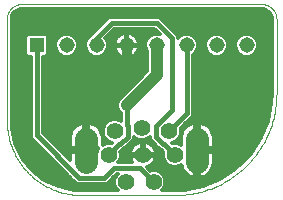
<source format=gbl>
G75*
%MOIN*%
%OFA0B0*%
%FSLAX25Y25*%
%IPPOS*%
%LPD*%
%AMOC8*
5,1,8,0,0,1.08239X$1,22.5*
%
%ADD10C,0.00000*%
%ADD11C,0.05543*%
%ADD12C,0.07677*%
%ADD13R,0.05150X0.05150*%
%ADD14C,0.05150*%
%ADD15C,0.01200*%
%ADD16C,0.03200*%
%ADD17C,0.01600*%
%ADD18C,0.04000*%
D10*
X0026600Y0013809D02*
X0057514Y0013809D01*
X0026600Y0013809D02*
X0025996Y0013816D01*
X0025392Y0013838D01*
X0024789Y0013875D01*
X0024187Y0013926D01*
X0023587Y0013991D01*
X0022988Y0014071D01*
X0022391Y0014166D01*
X0021797Y0014275D01*
X0021205Y0014398D01*
X0020617Y0014535D01*
X0020032Y0014687D01*
X0019451Y0014853D01*
X0018875Y0015033D01*
X0018302Y0015226D01*
X0017735Y0015434D01*
X0017173Y0015655D01*
X0016616Y0015889D01*
X0016065Y0016137D01*
X0015520Y0016398D01*
X0014982Y0016673D01*
X0014450Y0016960D01*
X0013926Y0017260D01*
X0013409Y0017572D01*
X0012900Y0017897D01*
X0012398Y0018234D01*
X0011905Y0018584D01*
X0011421Y0018945D01*
X0010945Y0019317D01*
X0010479Y0019701D01*
X0010022Y0020096D01*
X0009575Y0020502D01*
X0009137Y0020919D01*
X0008710Y0021346D01*
X0008293Y0021784D01*
X0007887Y0022231D01*
X0007492Y0022688D01*
X0007108Y0023154D01*
X0006736Y0023630D01*
X0006375Y0024114D01*
X0006025Y0024607D01*
X0005688Y0025109D01*
X0005363Y0025618D01*
X0005051Y0026135D01*
X0004751Y0026659D01*
X0004464Y0027191D01*
X0004189Y0027729D01*
X0003928Y0028274D01*
X0003680Y0028825D01*
X0003446Y0029382D01*
X0003225Y0029944D01*
X0003017Y0030511D01*
X0002824Y0031084D01*
X0002644Y0031660D01*
X0002478Y0032241D01*
X0002326Y0032826D01*
X0002189Y0033414D01*
X0002066Y0034006D01*
X0001957Y0034600D01*
X0001862Y0035197D01*
X0001782Y0035796D01*
X0001717Y0036396D01*
X0001666Y0036998D01*
X0001629Y0037601D01*
X0001607Y0038205D01*
X0001600Y0038809D01*
X0001600Y0072510D01*
X0001602Y0072650D01*
X0001608Y0072790D01*
X0001618Y0072930D01*
X0001631Y0073070D01*
X0001649Y0073209D01*
X0001671Y0073348D01*
X0001696Y0073485D01*
X0001725Y0073623D01*
X0001758Y0073759D01*
X0001795Y0073894D01*
X0001836Y0074028D01*
X0001881Y0074161D01*
X0001929Y0074293D01*
X0001981Y0074423D01*
X0002036Y0074552D01*
X0002095Y0074679D01*
X0002158Y0074805D01*
X0002224Y0074929D01*
X0002293Y0075050D01*
X0002366Y0075170D01*
X0002443Y0075288D01*
X0002522Y0075403D01*
X0002605Y0075517D01*
X0002691Y0075627D01*
X0002780Y0075736D01*
X0002872Y0075842D01*
X0002967Y0075945D01*
X0003064Y0076046D01*
X0003165Y0076143D01*
X0003268Y0076238D01*
X0003374Y0076330D01*
X0003483Y0076419D01*
X0003593Y0076505D01*
X0003707Y0076588D01*
X0003822Y0076667D01*
X0003940Y0076744D01*
X0004060Y0076817D01*
X0004181Y0076886D01*
X0004305Y0076952D01*
X0004431Y0077015D01*
X0004558Y0077074D01*
X0004687Y0077129D01*
X0004817Y0077181D01*
X0004949Y0077229D01*
X0005082Y0077274D01*
X0005216Y0077315D01*
X0005351Y0077352D01*
X0005487Y0077385D01*
X0005625Y0077414D01*
X0005762Y0077439D01*
X0005901Y0077461D01*
X0006040Y0077479D01*
X0006180Y0077492D01*
X0006320Y0077502D01*
X0006460Y0077508D01*
X0006600Y0077510D01*
X0086521Y0077510D01*
X0086661Y0077508D01*
X0086801Y0077502D01*
X0086941Y0077492D01*
X0087081Y0077479D01*
X0087220Y0077461D01*
X0087359Y0077439D01*
X0087496Y0077414D01*
X0087634Y0077385D01*
X0087770Y0077352D01*
X0087905Y0077315D01*
X0088039Y0077274D01*
X0088172Y0077229D01*
X0088304Y0077181D01*
X0088434Y0077129D01*
X0088563Y0077074D01*
X0088690Y0077015D01*
X0088816Y0076952D01*
X0088940Y0076886D01*
X0089061Y0076817D01*
X0089181Y0076744D01*
X0089299Y0076667D01*
X0089414Y0076588D01*
X0089528Y0076505D01*
X0089638Y0076419D01*
X0089747Y0076330D01*
X0089853Y0076238D01*
X0089956Y0076143D01*
X0090057Y0076046D01*
X0090154Y0075945D01*
X0090249Y0075842D01*
X0090341Y0075736D01*
X0090430Y0075627D01*
X0090516Y0075517D01*
X0090599Y0075403D01*
X0090678Y0075288D01*
X0090755Y0075170D01*
X0090828Y0075050D01*
X0090897Y0074929D01*
X0090963Y0074805D01*
X0091026Y0074679D01*
X0091085Y0074552D01*
X0091140Y0074423D01*
X0091192Y0074293D01*
X0091240Y0074161D01*
X0091285Y0074028D01*
X0091326Y0073894D01*
X0091363Y0073759D01*
X0091396Y0073623D01*
X0091425Y0073485D01*
X0091450Y0073348D01*
X0091472Y0073209D01*
X0091490Y0073070D01*
X0091503Y0072930D01*
X0091513Y0072790D01*
X0091519Y0072650D01*
X0091521Y0072510D01*
X0091521Y0047817D01*
X0091522Y0047817D02*
X0091512Y0046995D01*
X0091482Y0046174D01*
X0091433Y0045354D01*
X0091363Y0044535D01*
X0091274Y0043718D01*
X0091165Y0042903D01*
X0091037Y0042092D01*
X0090888Y0041283D01*
X0090721Y0040479D01*
X0090534Y0039678D01*
X0090327Y0038883D01*
X0090102Y0038093D01*
X0089858Y0037308D01*
X0089594Y0036529D01*
X0089312Y0035758D01*
X0089011Y0034993D01*
X0088692Y0034235D01*
X0088355Y0033486D01*
X0088000Y0032745D01*
X0087627Y0032013D01*
X0087236Y0031290D01*
X0086828Y0030576D01*
X0086403Y0029873D01*
X0085961Y0029180D01*
X0085502Y0028498D01*
X0085027Y0027828D01*
X0084536Y0027169D01*
X0084029Y0026522D01*
X0083507Y0025887D01*
X0082969Y0025266D01*
X0082417Y0024657D01*
X0081850Y0024062D01*
X0081269Y0023481D01*
X0080674Y0022914D01*
X0080065Y0022362D01*
X0079444Y0021824D01*
X0078809Y0021302D01*
X0078162Y0020795D01*
X0077503Y0020304D01*
X0076833Y0019829D01*
X0076151Y0019370D01*
X0075458Y0018928D01*
X0074755Y0018503D01*
X0074041Y0018095D01*
X0073318Y0017704D01*
X0072586Y0017331D01*
X0071845Y0016976D01*
X0071096Y0016639D01*
X0070338Y0016320D01*
X0069573Y0016019D01*
X0068802Y0015737D01*
X0068023Y0015473D01*
X0067238Y0015229D01*
X0066448Y0015004D01*
X0065653Y0014797D01*
X0064852Y0014610D01*
X0064048Y0014443D01*
X0063239Y0014294D01*
X0062428Y0014166D01*
X0061613Y0014057D01*
X0060796Y0013968D01*
X0059977Y0013898D01*
X0059157Y0013849D01*
X0058336Y0013819D01*
X0057514Y0013809D01*
D11*
X0050537Y0018179D03*
X0041482Y0018179D03*
X0046994Y0027234D03*
X0055655Y0035108D03*
X0046600Y0036289D03*
X0037545Y0035108D03*
X0035576Y0027234D03*
X0057624Y0027234D03*
D12*
X0065104Y0024970D02*
X0065104Y0032648D01*
X0028096Y0032648D02*
X0028096Y0024970D01*
D13*
X0011600Y0063809D03*
D14*
X0021600Y0063809D03*
X0031600Y0063809D03*
X0041600Y0063809D03*
X0051600Y0063809D03*
X0061600Y0063809D03*
X0071600Y0063809D03*
X0081600Y0063809D03*
D15*
X0018871Y0016722D02*
X0014150Y0018996D01*
X0010054Y0022263D01*
X0006787Y0026359D01*
X0004513Y0031081D01*
X0003347Y0036189D01*
X0003200Y0038809D01*
X0003200Y0072510D01*
X0003265Y0073173D01*
X0003773Y0074399D01*
X0004711Y0075337D01*
X0005937Y0075845D01*
X0006600Y0075910D01*
X0086521Y0075910D01*
X0087185Y0075845D01*
X0088410Y0075337D01*
X0089348Y0074399D01*
X0089856Y0073173D01*
X0089921Y0072510D01*
X0089921Y0047817D01*
X0089765Y0044640D01*
X0088526Y0038409D01*
X0086095Y0032540D01*
X0082565Y0027258D01*
X0078073Y0022765D01*
X0072790Y0019236D01*
X0066921Y0016805D01*
X0060690Y0015565D01*
X0057514Y0015409D01*
X0053384Y0015409D01*
X0053904Y0015929D01*
X0054509Y0017389D01*
X0054509Y0018969D01*
X0053904Y0020429D01*
X0052787Y0021546D01*
X0051327Y0022151D01*
X0049747Y0022151D01*
X0049497Y0022047D01*
X0048438Y0023107D01*
X0048672Y0023183D01*
X0049285Y0023495D01*
X0049842Y0023900D01*
X0050328Y0024386D01*
X0050733Y0024943D01*
X0051045Y0025556D01*
X0051258Y0026211D01*
X0051365Y0026890D01*
X0051365Y0026948D01*
X0047280Y0026948D01*
X0047280Y0027520D01*
X0051365Y0027520D01*
X0051365Y0027578D01*
X0051258Y0028258D01*
X0051045Y0028912D01*
X0050733Y0029525D01*
X0050328Y0030082D01*
X0049842Y0030569D01*
X0049285Y0030973D01*
X0048672Y0031286D01*
X0048017Y0031498D01*
X0047338Y0031606D01*
X0047280Y0031606D01*
X0047280Y0027520D01*
X0046708Y0027520D01*
X0046708Y0031606D01*
X0046650Y0031606D01*
X0045970Y0031498D01*
X0045316Y0031286D01*
X0044702Y0030973D01*
X0044146Y0030569D01*
X0043659Y0030082D01*
X0043255Y0029525D01*
X0042942Y0028912D01*
X0042730Y0028258D01*
X0042622Y0027578D01*
X0042622Y0027520D01*
X0046708Y0027520D01*
X0046708Y0026948D01*
X0042622Y0026948D01*
X0042622Y0026890D01*
X0042730Y0026211D01*
X0042942Y0025556D01*
X0043255Y0024943D01*
X0043313Y0024863D01*
X0038821Y0024863D01*
X0038943Y0024984D01*
X0039548Y0026444D01*
X0039548Y0028024D01*
X0039445Y0028274D01*
X0039907Y0028737D01*
X0040184Y0028737D01*
X0041356Y0029908D01*
X0043917Y0032469D01*
X0043917Y0033356D01*
X0044350Y0032922D01*
X0045810Y0032318D01*
X0047390Y0032318D01*
X0048850Y0032922D01*
X0049283Y0033356D01*
X0049283Y0032469D01*
X0051844Y0029908D01*
X0053016Y0028737D01*
X0053293Y0028737D01*
X0053755Y0028274D01*
X0053652Y0028024D01*
X0053652Y0026444D01*
X0054257Y0024984D01*
X0055374Y0023867D01*
X0056834Y0023263D01*
X0058414Y0023263D01*
X0059779Y0023828D01*
X0059799Y0023697D01*
X0060064Y0022883D01*
X0060452Y0022120D01*
X0060956Y0021427D01*
X0061561Y0020822D01*
X0062253Y0020319D01*
X0063016Y0019930D01*
X0063830Y0019666D01*
X0064504Y0019559D01*
X0064504Y0028209D01*
X0065704Y0028209D01*
X0065704Y0029409D01*
X0070543Y0029409D01*
X0070543Y0033076D01*
X0070409Y0033921D01*
X0070144Y0034735D01*
X0069755Y0035498D01*
X0069252Y0036191D01*
X0068647Y0036796D01*
X0067954Y0037299D01*
X0067192Y0037688D01*
X0066377Y0037952D01*
X0065704Y0038059D01*
X0065704Y0029409D01*
X0064504Y0029409D01*
X0064504Y0038059D01*
X0063830Y0037952D01*
X0063016Y0037688D01*
X0062253Y0037299D01*
X0061561Y0036796D01*
X0060956Y0036191D01*
X0060452Y0035498D01*
X0060064Y0034735D01*
X0059799Y0033921D01*
X0059665Y0033076D01*
X0059665Y0030687D01*
X0058414Y0031206D01*
X0056834Y0031206D01*
X0056584Y0031102D01*
X0056519Y0031167D01*
X0057905Y0031741D01*
X0059022Y0032859D01*
X0059627Y0034318D01*
X0059627Y0035898D01*
X0059523Y0036148D01*
X0063600Y0040225D01*
X0063600Y0060552D01*
X0063738Y0060609D01*
X0064800Y0061671D01*
X0065375Y0063058D01*
X0065375Y0064560D01*
X0064800Y0065947D01*
X0063738Y0067009D01*
X0062351Y0067584D01*
X0060849Y0067584D01*
X0059462Y0067009D01*
X0058600Y0066147D01*
X0058600Y0067137D01*
X0057428Y0068309D01*
X0052428Y0073309D01*
X0035772Y0073309D01*
X0034600Y0072137D01*
X0029600Y0067137D01*
X0029600Y0067066D01*
X0029462Y0067009D01*
X0028400Y0065947D01*
X0027825Y0064560D01*
X0027825Y0063058D01*
X0028400Y0061671D01*
X0029462Y0060609D01*
X0030849Y0060034D01*
X0032351Y0060034D01*
X0033738Y0060609D01*
X0034800Y0061671D01*
X0035375Y0063058D01*
X0035375Y0064560D01*
X0034800Y0065947D01*
X0034433Y0066314D01*
X0037428Y0069309D01*
X0050772Y0069309D01*
X0052600Y0067481D01*
X0052351Y0067584D01*
X0050849Y0067584D01*
X0049462Y0067009D01*
X0048400Y0065947D01*
X0047825Y0064560D01*
X0047825Y0063058D01*
X0048400Y0061671D01*
X0048400Y0061671D01*
X0048400Y0055135D01*
X0038887Y0045622D01*
X0038400Y0044446D01*
X0038400Y0043173D01*
X0038887Y0041996D01*
X0039600Y0041284D01*
X0039600Y0038556D01*
X0038335Y0039080D01*
X0036755Y0039080D01*
X0035295Y0038475D01*
X0034178Y0037358D01*
X0033573Y0035898D01*
X0033573Y0034318D01*
X0034178Y0032859D01*
X0035295Y0031741D01*
X0036681Y0031167D01*
X0036616Y0031102D01*
X0036366Y0031206D01*
X0034786Y0031206D01*
X0033535Y0030687D01*
X0033535Y0033076D01*
X0033401Y0033921D01*
X0033136Y0034735D01*
X0032748Y0035498D01*
X0032244Y0036191D01*
X0031639Y0036796D01*
X0030946Y0037299D01*
X0030184Y0037688D01*
X0029370Y0037952D01*
X0028696Y0038059D01*
X0028696Y0029409D01*
X0027496Y0029409D01*
X0027496Y0028209D01*
X0022657Y0028209D01*
X0022657Y0025546D01*
X0013600Y0034604D01*
X0013600Y0060034D01*
X0014672Y0060034D01*
X0015375Y0060737D01*
X0015375Y0066881D01*
X0014672Y0067584D01*
X0008528Y0067584D01*
X0007825Y0066881D01*
X0007825Y0060737D01*
X0008528Y0060034D01*
X0009600Y0060034D01*
X0009600Y0032947D01*
X0023843Y0018703D01*
X0025015Y0017532D01*
X0034885Y0017532D01*
X0036056Y0018703D01*
X0036056Y0018703D01*
X0038216Y0020863D01*
X0038549Y0020863D01*
X0038115Y0020429D01*
X0037510Y0018969D01*
X0037510Y0017389D01*
X0038115Y0015929D01*
X0038635Y0015409D01*
X0026600Y0015409D01*
X0023980Y0015556D01*
X0018871Y0016722D01*
X0017454Y0017405D02*
X0037510Y0017405D01*
X0038000Y0016206D02*
X0021133Y0016206D01*
X0023944Y0018603D02*
X0014966Y0018603D01*
X0013140Y0019802D02*
X0022745Y0019802D01*
X0021547Y0021000D02*
X0011637Y0021000D01*
X0010134Y0022199D02*
X0020348Y0022199D01*
X0019150Y0023397D02*
X0009149Y0023397D01*
X0008193Y0024596D02*
X0017951Y0024596D01*
X0016753Y0025794D02*
X0007237Y0025794D01*
X0006482Y0026993D02*
X0015554Y0026993D01*
X0014356Y0028191D02*
X0005905Y0028191D01*
X0005327Y0029390D02*
X0013157Y0029390D01*
X0011959Y0030588D02*
X0004750Y0030588D01*
X0004352Y0031787D02*
X0010760Y0031787D01*
X0009600Y0032985D02*
X0004078Y0032985D01*
X0003805Y0034184D02*
X0009600Y0034184D01*
X0009600Y0035382D02*
X0003531Y0035382D01*
X0003325Y0036581D02*
X0009600Y0036581D01*
X0009600Y0037779D02*
X0003258Y0037779D01*
X0003200Y0038978D02*
X0009600Y0038978D01*
X0009600Y0040176D02*
X0003200Y0040176D01*
X0003200Y0041375D02*
X0009600Y0041375D01*
X0009600Y0042573D02*
X0003200Y0042573D01*
X0003200Y0043772D02*
X0009600Y0043772D01*
X0009600Y0044970D02*
X0003200Y0044970D01*
X0003200Y0046169D02*
X0009600Y0046169D01*
X0009600Y0047367D02*
X0003200Y0047367D01*
X0003200Y0048566D02*
X0009600Y0048566D01*
X0009600Y0049764D02*
X0003200Y0049764D01*
X0003200Y0050963D02*
X0009600Y0050963D01*
X0009600Y0052161D02*
X0003200Y0052161D01*
X0003200Y0053360D02*
X0009600Y0053360D01*
X0009600Y0054558D02*
X0003200Y0054558D01*
X0003200Y0055757D02*
X0009600Y0055757D01*
X0009600Y0056955D02*
X0003200Y0056955D01*
X0003200Y0058154D02*
X0009600Y0058154D01*
X0009600Y0059352D02*
X0003200Y0059352D01*
X0003200Y0060551D02*
X0008011Y0060551D01*
X0007825Y0061750D02*
X0003200Y0061750D01*
X0003200Y0062948D02*
X0007825Y0062948D01*
X0007825Y0064147D02*
X0003200Y0064147D01*
X0003200Y0065345D02*
X0007825Y0065345D01*
X0007825Y0066544D02*
X0003200Y0066544D01*
X0003200Y0067742D02*
X0030205Y0067742D01*
X0031403Y0068941D02*
X0003200Y0068941D01*
X0003200Y0070139D02*
X0032602Y0070139D01*
X0033800Y0071338D02*
X0003200Y0071338D01*
X0003203Y0072536D02*
X0034999Y0072536D01*
X0037060Y0068941D02*
X0051140Y0068941D01*
X0052339Y0067742D02*
X0043005Y0067742D01*
X0043203Y0067678D02*
X0042578Y0067881D01*
X0041929Y0067984D01*
X0041787Y0067984D01*
X0041787Y0063997D01*
X0041413Y0063997D01*
X0041413Y0067984D01*
X0041271Y0067984D01*
X0040622Y0067881D01*
X0039997Y0067678D01*
X0039412Y0067380D01*
X0038880Y0066993D01*
X0038416Y0066529D01*
X0038029Y0065997D01*
X0037731Y0065412D01*
X0037528Y0064787D01*
X0037425Y0064138D01*
X0037425Y0063996D01*
X0041413Y0063996D01*
X0041413Y0063622D01*
X0041787Y0063622D01*
X0041787Y0059634D01*
X0041929Y0059634D01*
X0042578Y0059737D01*
X0043203Y0059940D01*
X0043788Y0060238D01*
X0044320Y0060625D01*
X0044784Y0061089D01*
X0045171Y0061621D01*
X0045469Y0062206D01*
X0045672Y0062831D01*
X0045775Y0063480D01*
X0045775Y0063622D01*
X0041787Y0063622D01*
X0041787Y0063996D01*
X0045775Y0063996D01*
X0045775Y0064138D01*
X0045672Y0064787D01*
X0045469Y0065412D01*
X0045171Y0065997D01*
X0044784Y0066529D01*
X0044320Y0066993D01*
X0043788Y0067380D01*
X0043203Y0067678D01*
X0041787Y0067742D02*
X0041413Y0067742D01*
X0040195Y0067742D02*
X0035861Y0067742D01*
X0034663Y0066544D02*
X0038430Y0066544D01*
X0037709Y0065345D02*
X0035050Y0065345D01*
X0035375Y0064147D02*
X0037427Y0064147D01*
X0037425Y0063622D02*
X0037425Y0063480D01*
X0037528Y0062831D01*
X0037731Y0062206D01*
X0038029Y0061621D01*
X0038416Y0061089D01*
X0038880Y0060625D01*
X0039412Y0060238D01*
X0039997Y0059940D01*
X0040622Y0059737D01*
X0041271Y0059634D01*
X0041413Y0059634D01*
X0041413Y0063622D01*
X0037425Y0063622D01*
X0037510Y0062948D02*
X0035329Y0062948D01*
X0034833Y0061750D02*
X0037964Y0061750D01*
X0038982Y0060551D02*
X0033598Y0060551D01*
X0029602Y0060551D02*
X0023598Y0060551D01*
X0023738Y0060609D02*
X0024800Y0061671D01*
X0025375Y0063058D01*
X0025375Y0064560D01*
X0024800Y0065947D01*
X0023738Y0067009D01*
X0022351Y0067584D01*
X0020849Y0067584D01*
X0019462Y0067009D01*
X0018400Y0065947D01*
X0017825Y0064560D01*
X0017825Y0063058D01*
X0018400Y0061671D01*
X0019462Y0060609D01*
X0020849Y0060034D01*
X0022351Y0060034D01*
X0023738Y0060609D01*
X0024833Y0061750D02*
X0028367Y0061750D01*
X0027871Y0062948D02*
X0025329Y0062948D01*
X0025375Y0064147D02*
X0027825Y0064147D01*
X0028150Y0065345D02*
X0025050Y0065345D01*
X0024204Y0066544D02*
X0028996Y0066544D01*
X0019602Y0060551D02*
X0015189Y0060551D01*
X0015375Y0061750D02*
X0018367Y0061750D01*
X0017871Y0062948D02*
X0015375Y0062948D01*
X0015375Y0064147D02*
X0017825Y0064147D01*
X0018150Y0065345D02*
X0015375Y0065345D01*
X0015375Y0066544D02*
X0018996Y0066544D01*
X0013600Y0059352D02*
X0048400Y0059352D01*
X0048400Y0058154D02*
X0013600Y0058154D01*
X0013600Y0056955D02*
X0048400Y0056955D01*
X0048400Y0055757D02*
X0013600Y0055757D01*
X0013600Y0054558D02*
X0047824Y0054558D01*
X0046625Y0053360D02*
X0013600Y0053360D01*
X0013600Y0052161D02*
X0045427Y0052161D01*
X0044228Y0050963D02*
X0013600Y0050963D01*
X0013600Y0049764D02*
X0043030Y0049764D01*
X0041831Y0048566D02*
X0013600Y0048566D01*
X0013600Y0047367D02*
X0040633Y0047367D01*
X0039434Y0046169D02*
X0013600Y0046169D01*
X0013600Y0044970D02*
X0038617Y0044970D01*
X0038400Y0043772D02*
X0013600Y0043772D01*
X0013600Y0042573D02*
X0038648Y0042573D01*
X0039509Y0041375D02*
X0013600Y0041375D01*
X0013600Y0040176D02*
X0039600Y0040176D01*
X0039600Y0038978D02*
X0038581Y0038978D01*
X0036508Y0038978D02*
X0013600Y0038978D01*
X0013600Y0037779D02*
X0026290Y0037779D01*
X0026008Y0037688D02*
X0026823Y0037952D01*
X0027496Y0038059D01*
X0027496Y0029409D01*
X0022657Y0029409D01*
X0022657Y0033076D01*
X0022791Y0033921D01*
X0023056Y0034735D01*
X0023445Y0035498D01*
X0023948Y0036191D01*
X0024553Y0036796D01*
X0025246Y0037299D01*
X0026008Y0037688D01*
X0024338Y0036581D02*
X0013600Y0036581D01*
X0013600Y0035382D02*
X0023386Y0035382D01*
X0022877Y0034184D02*
X0014020Y0034184D01*
X0015218Y0032985D02*
X0022657Y0032985D01*
X0022657Y0031787D02*
X0016417Y0031787D01*
X0017615Y0030588D02*
X0022657Y0030588D01*
X0022657Y0028191D02*
X0020012Y0028191D01*
X0018814Y0029390D02*
X0027496Y0029390D01*
X0028696Y0029390D02*
X0032170Y0029390D01*
X0032178Y0029409D02*
X0028696Y0029409D01*
X0028696Y0028209D01*
X0031681Y0028209D01*
X0032178Y0029409D01*
X0033535Y0031787D02*
X0035250Y0031787D01*
X0034125Y0032985D02*
X0033535Y0032985D01*
X0033629Y0034184D02*
X0033315Y0034184D01*
X0033573Y0035382D02*
X0032807Y0035382D01*
X0031854Y0036581D02*
X0033856Y0036581D01*
X0034599Y0037779D02*
X0029902Y0037779D01*
X0028696Y0037779D02*
X0027496Y0037779D01*
X0027496Y0036581D02*
X0028696Y0036581D01*
X0028696Y0035382D02*
X0027496Y0035382D01*
X0027496Y0034184D02*
X0028696Y0034184D01*
X0028696Y0032985D02*
X0027496Y0032985D01*
X0027496Y0031787D02*
X0028696Y0031787D01*
X0028696Y0030588D02*
X0027496Y0030588D01*
X0022657Y0026993D02*
X0021211Y0026993D01*
X0022409Y0025794D02*
X0022657Y0025794D01*
X0035956Y0018603D02*
X0037510Y0018603D01*
X0037855Y0019802D02*
X0037155Y0019802D01*
X0039279Y0025794D02*
X0042865Y0025794D01*
X0042719Y0028191D02*
X0039479Y0028191D01*
X0040837Y0029390D02*
X0043186Y0029390D01*
X0044173Y0030588D02*
X0042036Y0030588D01*
X0043234Y0031787D02*
X0049966Y0031787D01*
X0049815Y0030588D02*
X0051164Y0030588D01*
X0050802Y0029390D02*
X0052363Y0029390D01*
X0051268Y0028191D02*
X0053721Y0028191D01*
X0053652Y0026993D02*
X0047280Y0026993D01*
X0046708Y0026993D02*
X0039548Y0026993D01*
X0046708Y0028191D02*
X0047280Y0028191D01*
X0047280Y0029390D02*
X0046708Y0029390D01*
X0046708Y0030588D02*
X0047280Y0030588D01*
X0048913Y0032985D02*
X0049283Y0032985D01*
X0044287Y0032985D02*
X0043917Y0032985D01*
X0051122Y0025794D02*
X0053921Y0025794D01*
X0054645Y0024596D02*
X0050480Y0024596D01*
X0049092Y0023397D02*
X0056509Y0023397D01*
X0058738Y0023397D02*
X0059897Y0023397D01*
X0060412Y0022199D02*
X0049346Y0022199D01*
X0053333Y0021000D02*
X0061383Y0021000D01*
X0063412Y0019802D02*
X0054164Y0019802D01*
X0054509Y0018603D02*
X0071263Y0018603D01*
X0073637Y0019802D02*
X0066795Y0019802D01*
X0067192Y0019930D02*
X0066377Y0019666D01*
X0065704Y0019559D01*
X0065704Y0028209D01*
X0070543Y0028209D01*
X0070543Y0024542D01*
X0070409Y0023697D01*
X0070144Y0022883D01*
X0069755Y0022120D01*
X0069252Y0021427D01*
X0068647Y0020822D01*
X0067954Y0020319D01*
X0067192Y0019930D01*
X0065704Y0019802D02*
X0064504Y0019802D01*
X0064504Y0021000D02*
X0065704Y0021000D01*
X0065704Y0022199D02*
X0064504Y0022199D01*
X0064504Y0023397D02*
X0065704Y0023397D01*
X0065704Y0024596D02*
X0064504Y0024596D01*
X0064504Y0025794D02*
X0065704Y0025794D01*
X0065704Y0026993D02*
X0064504Y0026993D01*
X0064504Y0028191D02*
X0065704Y0028191D01*
X0065704Y0029390D02*
X0083990Y0029390D01*
X0083189Y0028191D02*
X0070543Y0028191D01*
X0070543Y0026993D02*
X0082300Y0026993D01*
X0081102Y0025794D02*
X0070543Y0025794D01*
X0070543Y0024596D02*
X0079903Y0024596D01*
X0078705Y0023397D02*
X0070311Y0023397D01*
X0069795Y0022199D02*
X0077225Y0022199D01*
X0075431Y0021000D02*
X0068825Y0021000D01*
X0068370Y0017405D02*
X0054509Y0017405D01*
X0054019Y0016206D02*
X0063913Y0016206D01*
X0064504Y0030588D02*
X0065704Y0030588D01*
X0065704Y0031787D02*
X0064504Y0031787D01*
X0064504Y0032985D02*
X0065704Y0032985D01*
X0065704Y0034184D02*
X0064504Y0034184D01*
X0064504Y0035382D02*
X0065704Y0035382D01*
X0065704Y0036581D02*
X0064504Y0036581D01*
X0064504Y0037779D02*
X0065704Y0037779D01*
X0066910Y0037779D02*
X0088265Y0037779D01*
X0087768Y0036581D02*
X0068862Y0036581D01*
X0069814Y0035382D02*
X0087272Y0035382D01*
X0086776Y0034184D02*
X0070323Y0034184D01*
X0070543Y0032985D02*
X0086279Y0032985D01*
X0085591Y0031787D02*
X0070543Y0031787D01*
X0070543Y0030588D02*
X0084791Y0030588D01*
X0088639Y0038978D02*
X0062353Y0038978D01*
X0063298Y0037779D02*
X0061155Y0037779D01*
X0061346Y0036581D02*
X0059956Y0036581D01*
X0059627Y0035382D02*
X0060393Y0035382D01*
X0059885Y0034184D02*
X0059571Y0034184D01*
X0059665Y0032985D02*
X0059075Y0032985D01*
X0059665Y0031787D02*
X0057950Y0031787D01*
X0063552Y0040176D02*
X0088877Y0040176D01*
X0089116Y0041375D02*
X0063600Y0041375D01*
X0063600Y0042573D02*
X0089354Y0042573D01*
X0089592Y0043772D02*
X0063600Y0043772D01*
X0063600Y0044970D02*
X0089781Y0044970D01*
X0089765Y0044640D02*
X0089765Y0044640D01*
X0089840Y0046169D02*
X0063600Y0046169D01*
X0063600Y0047367D02*
X0089899Y0047367D01*
X0089921Y0048566D02*
X0063600Y0048566D01*
X0063600Y0049764D02*
X0089921Y0049764D01*
X0089921Y0050963D02*
X0063600Y0050963D01*
X0063600Y0052161D02*
X0089921Y0052161D01*
X0089921Y0053360D02*
X0063600Y0053360D01*
X0063600Y0054558D02*
X0089921Y0054558D01*
X0089921Y0055757D02*
X0063600Y0055757D01*
X0063600Y0056955D02*
X0089921Y0056955D01*
X0089921Y0058154D02*
X0063600Y0058154D01*
X0063600Y0059352D02*
X0089921Y0059352D01*
X0089921Y0060551D02*
X0083598Y0060551D01*
X0083738Y0060609D02*
X0084800Y0061671D01*
X0085375Y0063058D01*
X0085375Y0064560D01*
X0084800Y0065947D01*
X0083738Y0067009D01*
X0082351Y0067584D01*
X0080849Y0067584D01*
X0079462Y0067009D01*
X0078400Y0065947D01*
X0077825Y0064560D01*
X0077825Y0063058D01*
X0078400Y0061671D01*
X0079462Y0060609D01*
X0080849Y0060034D01*
X0082351Y0060034D01*
X0083738Y0060609D01*
X0084833Y0061750D02*
X0089921Y0061750D01*
X0089921Y0062948D02*
X0085329Y0062948D01*
X0085375Y0064147D02*
X0089921Y0064147D01*
X0089921Y0065345D02*
X0085050Y0065345D01*
X0084204Y0066544D02*
X0089921Y0066544D01*
X0089921Y0067742D02*
X0057995Y0067742D01*
X0058600Y0066544D02*
X0058996Y0066544D01*
X0056797Y0068941D02*
X0089921Y0068941D01*
X0089921Y0070139D02*
X0055598Y0070139D01*
X0054400Y0071338D02*
X0089921Y0071338D01*
X0089919Y0072536D02*
X0053201Y0072536D01*
X0048996Y0066544D02*
X0044770Y0066544D01*
X0045491Y0065345D02*
X0048150Y0065345D01*
X0047825Y0064147D02*
X0045773Y0064147D01*
X0045690Y0062948D02*
X0047871Y0062948D01*
X0048367Y0061750D02*
X0045236Y0061750D01*
X0044218Y0060551D02*
X0048400Y0060551D01*
X0041787Y0060551D02*
X0041413Y0060551D01*
X0041413Y0061750D02*
X0041787Y0061750D01*
X0041787Y0062948D02*
X0041413Y0062948D01*
X0041413Y0064147D02*
X0041787Y0064147D01*
X0041787Y0065345D02*
X0041413Y0065345D01*
X0041413Y0066544D02*
X0041787Y0066544D01*
X0064204Y0066544D02*
X0068996Y0066544D01*
X0069462Y0067009D02*
X0068400Y0065947D01*
X0067825Y0064560D01*
X0067825Y0063058D01*
X0068400Y0061671D01*
X0069462Y0060609D01*
X0070849Y0060034D01*
X0072351Y0060034D01*
X0073738Y0060609D01*
X0074800Y0061671D01*
X0075375Y0063058D01*
X0075375Y0064560D01*
X0074800Y0065947D01*
X0073738Y0067009D01*
X0072351Y0067584D01*
X0070849Y0067584D01*
X0069462Y0067009D01*
X0068150Y0065345D02*
X0065050Y0065345D01*
X0065375Y0064147D02*
X0067825Y0064147D01*
X0067871Y0062948D02*
X0065329Y0062948D01*
X0064833Y0061750D02*
X0068367Y0061750D01*
X0069602Y0060551D02*
X0063600Y0060551D01*
X0073598Y0060551D02*
X0079602Y0060551D01*
X0078367Y0061750D02*
X0074833Y0061750D01*
X0075329Y0062948D02*
X0077871Y0062948D01*
X0077825Y0064147D02*
X0075375Y0064147D01*
X0075050Y0065345D02*
X0078150Y0065345D01*
X0078996Y0066544D02*
X0074204Y0066544D01*
X0088814Y0074933D02*
X0004307Y0074933D01*
X0003498Y0073735D02*
X0089623Y0073735D01*
D16*
X0042741Y0051172D02*
X0041600Y0052313D01*
X0041600Y0063809D01*
X0030405Y0028809D02*
X0028096Y0028809D01*
D17*
X0035576Y0027234D02*
X0039079Y0030737D01*
X0039356Y0030737D01*
X0041917Y0033297D01*
X0041917Y0036919D01*
X0041600Y0037236D01*
X0041600Y0043809D01*
X0051283Y0036919D02*
X0056600Y0042236D01*
X0056600Y0066309D01*
X0051600Y0071309D01*
X0036600Y0071309D01*
X0031600Y0066309D01*
X0031600Y0063809D01*
X0011600Y0063809D02*
X0011600Y0033775D01*
X0025843Y0019532D01*
X0034056Y0019532D01*
X0037387Y0022863D01*
X0045854Y0022863D01*
X0050537Y0018179D01*
X0057624Y0027234D02*
X0054121Y0030737D01*
X0053844Y0030737D01*
X0051283Y0033297D01*
X0051283Y0036919D01*
X0055655Y0035108D02*
X0061600Y0041053D01*
X0061600Y0063809D01*
D18*
X0051600Y0063809D02*
X0051600Y0053809D01*
X0041600Y0043809D01*
M02*

</source>
